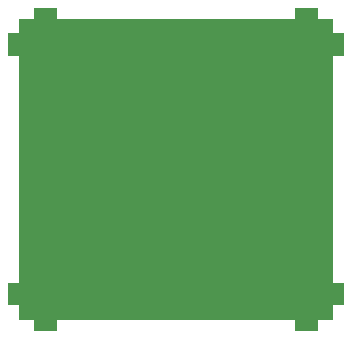
<source format=gbr>
G04 CAM350/DFMSTREAM V12.2 (Build 1124) Date:  Wed Mar 06 16:06:52 2019 *
G04 Database: d:\cad\swi_source\new folder\airprime hl and wp series snap-in socket.cam *
G04 Layer 3: DRAWING *
%FSLAX23Y23*%
%MOIN*%
%SFA1.000B1.000*%

%MIA0B0*%
%IPPOS*%
%ADD10C,0.03937*%
%LNDRAWING*%
%LPD*%
G36*
X-559Y-453D02*
G01Y-378D01*
X-522*
Y-311*
Y-193*
Y-59*
Y59*
Y193*
Y311*
Y378*
X-559*
Y453*
X-522*
Y502*
X-472*
Y539*
X-398*
Y502*
X-374*
X-256*
X-59*
X59*
X256*
X374*
X398*
Y539*
X472*
Y502*
X522*
Y453*
X559*
Y378*
X522*
Y311*
Y193*
Y59*
Y-59*
Y-193*
Y-311*
Y-378*
X559*
Y-453*
X522*
Y-502*
X472*
Y-539*
X398*
Y-502*
X374*
X256*
X59*
X-59*
X-256*
X-374*
X-398*
Y-539*
X-472*
Y-502*
X-522*
Y-453*
X-559*
G37*
G54D10*
X-268Y-394D03*
M02*

</source>
